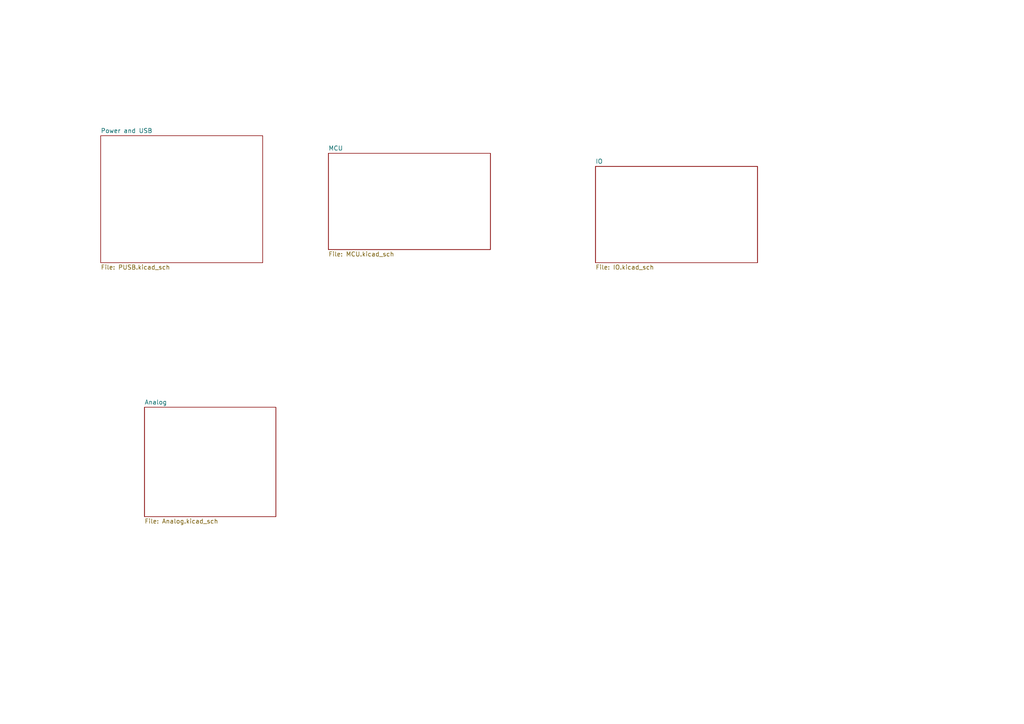
<source format=kicad_sch>
(kicad_sch
	(version 20231120)
	(generator "eeschema")
	(generator_version "8.0")
	(uuid "9ed7c920-cc63-4d6b-a8e8-76de1b6d60db")
	(paper "A4")
	(lib_symbols)
	(sheet
		(at 41.91 118.11)
		(size 38.1 31.75)
		(fields_autoplaced yes)
		(stroke
			(width 0.1524)
			(type solid)
		)
		(fill
			(color 0 0 0 0.0000)
		)
		(uuid "5adf4286-3a66-489b-94b0-83b9b20004ae")
		(property "Sheetname" "Analog"
			(at 41.91 117.3984 0)
			(effects
				(font
					(size 1.27 1.27)
				)
				(justify left bottom)
			)
		)
		(property "Sheetfile" "Analog.kicad_sch"
			(at 41.91 150.4446 0)
			(effects
				(font
					(size 1.27 1.27)
				)
				(justify left top)
			)
		)
		(instances
			(project "CNC"
				(path "/9ed7c920-cc63-4d6b-a8e8-76de1b6d60db"
					(page "6")
				)
			)
		)
	)
	(sheet
		(at 172.72 48.26)
		(size 46.99 27.94)
		(fields_autoplaced yes)
		(stroke
			(width 0.1524)
			(type solid)
		)
		(fill
			(color 0 0 0 0.0000)
		)
		(uuid "62fd79bd-7f9f-4fb6-88b1-667983a1c7f6")
		(property "Sheetname" "IO"
			(at 172.72 47.5484 0)
			(effects
				(font
					(size 1.27 1.27)
				)
				(justify left bottom)
			)
		)
		(property "Sheetfile" "IO.kicad_sch"
			(at 172.72 76.7846 0)
			(effects
				(font
					(size 1.27 1.27)
				)
				(justify left top)
			)
		)
		(instances
			(project "CNC"
				(path "/9ed7c920-cc63-4d6b-a8e8-76de1b6d60db"
					(page "4")
				)
			)
		)
	)
	(sheet
		(at 29.21 39.37)
		(size 46.99 36.83)
		(fields_autoplaced yes)
		(stroke
			(width 0.1524)
			(type solid)
		)
		(fill
			(color 0 0 0 0.0000)
		)
		(uuid "a4e9d124-2373-4474-8430-74f903cafd1c")
		(property "Sheetname" "Power and USB"
			(at 29.21 38.6584 0)
			(effects
				(font
					(size 1.27 1.27)
				)
				(justify left bottom)
			)
		)
		(property "Sheetfile" "PUSB.kicad_sch"
			(at 29.21 76.7846 0)
			(effects
				(font
					(size 1.27 1.27)
				)
				(justify left top)
			)
		)
		(instances
			(project "CNC"
				(path "/9ed7c920-cc63-4d6b-a8e8-76de1b6d60db"
					(page "2")
				)
			)
		)
	)
	(sheet
		(at 95.25 44.45)
		(size 46.99 27.94)
		(fields_autoplaced yes)
		(stroke
			(width 0.1524)
			(type solid)
		)
		(fill
			(color 0 0 0 0.0000)
		)
		(uuid "b2eeaefb-3112-4548-99d5-8d8f49f5b8a8")
		(property "Sheetname" "MCU"
			(at 95.25 43.7384 0)
			(effects
				(font
					(size 1.27 1.27)
				)
				(justify left bottom)
			)
		)
		(property "Sheetfile" "MCU.kicad_sch"
			(at 95.25 72.9746 0)
			(effects
				(font
					(size 1.27 1.27)
				)
				(justify left top)
			)
		)
		(instances
			(project "CNC"
				(path "/9ed7c920-cc63-4d6b-a8e8-76de1b6d60db"
					(page "3")
				)
			)
		)
	)
	(sheet_instances
		(path "/"
			(page "1")
		)
	)
)

</source>
